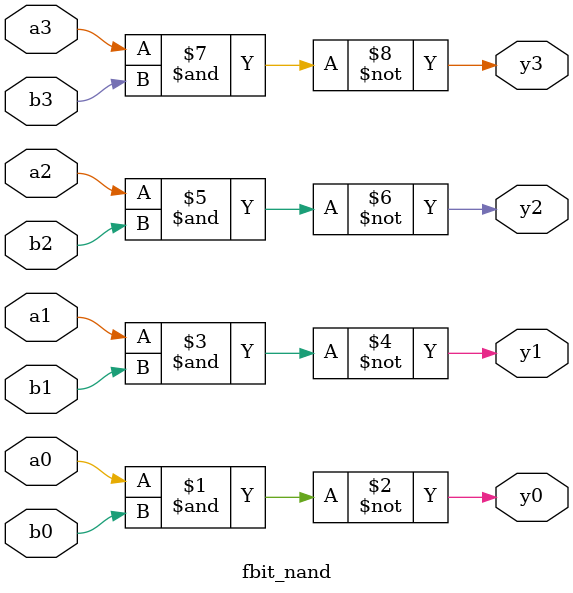
<source format=v>
`timescale 1ns / 1ps
module fbit_nand(a0,a1,a2,a3,b0,b1,b2,b3,y0,y1,y2,y3);
input a0,a1,a2,a3,b0,b1,b2,b3;
output y0,y1,y2,y3;

nand n1(y0,a0,b0);
nand n2(y1,a1,b1);
nand n3(y2,a2,b2);
nand n4(y3,a3,b3);
endmodule

</source>
